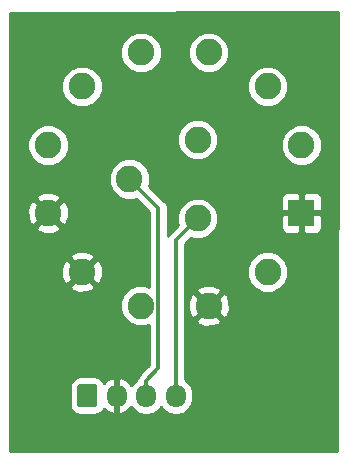
<source format=gbr>
G04 #@! TF.GenerationSoftware,KiCad,Pcbnew,5.0.2-bee76a0~70~ubuntu18.10.1*
G04 #@! TF.CreationDate,2019-03-17T01:32:55+01:00*
G04 #@! TF.ProjectId,Relocator Rotary,52656c6f-6361-4746-9f72-20526f746172,rev?*
G04 #@! TF.SameCoordinates,Original*
G04 #@! TF.FileFunction,Copper,L2,Bot*
G04 #@! TF.FilePolarity,Positive*
%FSLAX46Y46*%
G04 Gerber Fmt 4.6, Leading zero omitted, Abs format (unit mm)*
G04 Created by KiCad (PCBNEW 5.0.2-bee76a0~70~ubuntu18.10.1) date dom 17 mar 2019 01:32:55 CET*
%MOMM*%
%LPD*%
G01*
G04 APERTURE LIST*
G04 #@! TA.AperFunction,ComponentPad*
%ADD10R,2.250000X2.250000*%
G04 #@! TD*
G04 #@! TA.AperFunction,ComponentPad*
%ADD11C,2.250000*%
G04 #@! TD*
G04 #@! TA.AperFunction,Conductor*
%ADD12C,0.100000*%
G04 #@! TD*
G04 #@! TA.AperFunction,ComponentPad*
%ADD13C,1.700000*%
G04 #@! TD*
G04 #@! TA.AperFunction,ComponentPad*
%ADD14O,1.700000X1.950000*%
G04 #@! TD*
G04 #@! TA.AperFunction,Conductor*
%ADD15C,0.300000*%
G04 #@! TD*
G04 #@! TA.AperFunction,Conductor*
%ADD16C,0.254000*%
G04 #@! TD*
G04 APERTURE END LIST*
D10*
G04 #@! TO.P,SW1,1*
G04 #@! TO.N,GND*
X40387200Y-31978400D03*
D11*
G04 #@! TO.P,SW1,2*
G04 #@! TO.N,OP1*
X37517200Y-36958400D03*
G04 #@! TO.P,SW1,3*
G04 #@! TO.N,GND*
X32537200Y-39828400D03*
G04 #@! TO.P,SW1,4*
G04 #@! TO.N,OP1*
X26797200Y-39828400D03*
G04 #@! TO.P,SW1,5*
G04 #@! TO.N,GND*
X21817200Y-36958400D03*
G04 #@! TO.P,SW1,6*
X18947200Y-31978400D03*
G04 #@! TO.P,SW1,7*
G04 #@! TO.N,OP2*
X18947200Y-26238400D03*
G04 #@! TO.P,SW1,8*
X21817200Y-21258400D03*
G04 #@! TO.P,SW1,9*
G04 #@! TO.N,Net-(SW1-Pad9)*
X26797200Y-18388400D03*
G04 #@! TO.P,SW1,10*
G04 #@! TO.N,Net-(SW1-Pad10)*
X32537200Y-18388400D03*
G04 #@! TO.P,SW1,11*
G04 #@! TO.N,Net-(SW1-Pad11)*
X37517200Y-21258400D03*
G04 #@! TO.P,SW1,12*
G04 #@! TO.N,Net-(SW1-Pad12)*
X40387200Y-26238400D03*
G04 #@! TO.P,SW1,A*
G04 #@! TO.N,A18*
X31592200Y-32442400D03*
G04 #@! TO.P,SW1,B*
G04 #@! TO.N,A19*
X25817200Y-29108400D03*
G04 #@! TO.P,SW1,C*
G04 #@! TO.N,Net-(SW1-PadC)*
X31592200Y-25774400D03*
G04 #@! TD*
D12*
G04 #@! TO.N,VCC*
G04 #@! TO.C,J1*
G36*
X22874904Y-46473404D02*
X22899173Y-46477004D01*
X22922971Y-46482965D01*
X22946071Y-46491230D01*
X22968249Y-46501720D01*
X22989293Y-46514333D01*
X23008998Y-46528947D01*
X23027177Y-46545423D01*
X23043653Y-46563602D01*
X23058267Y-46583307D01*
X23070880Y-46604351D01*
X23081370Y-46626529D01*
X23089635Y-46649629D01*
X23095596Y-46673427D01*
X23099196Y-46697696D01*
X23100400Y-46722200D01*
X23100400Y-48172200D01*
X23099196Y-48196704D01*
X23095596Y-48220973D01*
X23089635Y-48244771D01*
X23081370Y-48267871D01*
X23070880Y-48290049D01*
X23058267Y-48311093D01*
X23043653Y-48330798D01*
X23027177Y-48348977D01*
X23008998Y-48365453D01*
X22989293Y-48380067D01*
X22968249Y-48392680D01*
X22946071Y-48403170D01*
X22922971Y-48411435D01*
X22899173Y-48417396D01*
X22874904Y-48420996D01*
X22850400Y-48422200D01*
X21650400Y-48422200D01*
X21625896Y-48420996D01*
X21601627Y-48417396D01*
X21577829Y-48411435D01*
X21554729Y-48403170D01*
X21532551Y-48392680D01*
X21511507Y-48380067D01*
X21491802Y-48365453D01*
X21473623Y-48348977D01*
X21457147Y-48330798D01*
X21442533Y-48311093D01*
X21429920Y-48290049D01*
X21419430Y-48267871D01*
X21411165Y-48244771D01*
X21405204Y-48220973D01*
X21401604Y-48196704D01*
X21400400Y-48172200D01*
X21400400Y-46722200D01*
X21401604Y-46697696D01*
X21405204Y-46673427D01*
X21411165Y-46649629D01*
X21419430Y-46626529D01*
X21429920Y-46604351D01*
X21442533Y-46583307D01*
X21457147Y-46563602D01*
X21473623Y-46545423D01*
X21491802Y-46528947D01*
X21511507Y-46514333D01*
X21532551Y-46501720D01*
X21554729Y-46491230D01*
X21577829Y-46482965D01*
X21601627Y-46477004D01*
X21625896Y-46473404D01*
X21650400Y-46472200D01*
X22850400Y-46472200D01*
X22874904Y-46473404D01*
X22874904Y-46473404D01*
G37*
D13*
G04 #@! TD*
G04 #@! TO.P,J1,1*
G04 #@! TO.N,VCC*
X22250400Y-47447200D03*
D14*
G04 #@! TO.P,J1,2*
G04 #@! TO.N,GND*
X24750400Y-47447200D03*
G04 #@! TO.P,J1,3*
G04 #@! TO.N,A19*
X27250400Y-47447200D03*
G04 #@! TO.P,J1,4*
G04 #@! TO.N,A18*
X29750400Y-47447200D03*
G04 #@! TD*
D15*
G04 #@! TO.N,A18*
X29750400Y-34284200D02*
X31592200Y-32442400D01*
X29750400Y-47447200D02*
X29750400Y-34284200D01*
G04 #@! TO.N,A19*
X27250400Y-46172200D02*
X27250400Y-47447200D01*
X28272201Y-45150399D02*
X27250400Y-46172200D01*
X28272201Y-31563401D02*
X28272201Y-45150399D01*
X25817200Y-29108400D02*
X28272201Y-31563401D01*
G04 #@! TD*
D16*
G04 #@! TO.N,GND*
G36*
X43436134Y-52172800D02*
X15696000Y-52172800D01*
X15696000Y-46722200D01*
X20752960Y-46722200D01*
X20752960Y-48172200D01*
X20821274Y-48515635D01*
X21015814Y-48806786D01*
X21306965Y-49001326D01*
X21650400Y-49069640D01*
X22850400Y-49069640D01*
X23193835Y-49001326D01*
X23484986Y-48806786D01*
X23662585Y-48540989D01*
X23879207Y-48774697D01*
X24393510Y-49013676D01*
X24623400Y-48892355D01*
X24623400Y-47574200D01*
X24603400Y-47574200D01*
X24603400Y-47320200D01*
X24623400Y-47320200D01*
X24623400Y-46002045D01*
X24393510Y-45880724D01*
X23879207Y-46119703D01*
X23662585Y-46353411D01*
X23484986Y-46087614D01*
X23193835Y-45893074D01*
X22850400Y-45824760D01*
X21650400Y-45824760D01*
X21306965Y-45893074D01*
X21015814Y-46087614D01*
X20821274Y-46378765D01*
X20752960Y-46722200D01*
X15696000Y-46722200D01*
X15696000Y-38201347D01*
X20753858Y-38201347D01*
X20867821Y-38481173D01*
X21522829Y-38728570D01*
X22222651Y-38706475D01*
X22766579Y-38481173D01*
X22880542Y-38201347D01*
X21817200Y-37138005D01*
X20753858Y-38201347D01*
X15696000Y-38201347D01*
X15696000Y-36664029D01*
X20047030Y-36664029D01*
X20069125Y-37363851D01*
X20294427Y-37907779D01*
X20574253Y-38021742D01*
X21637595Y-36958400D01*
X21996805Y-36958400D01*
X23060147Y-38021742D01*
X23339973Y-37907779D01*
X23587370Y-37252771D01*
X23565275Y-36552949D01*
X23339973Y-36009021D01*
X23060147Y-35895058D01*
X21996805Y-36958400D01*
X21637595Y-36958400D01*
X20574253Y-35895058D01*
X20294427Y-36009021D01*
X20047030Y-36664029D01*
X15696000Y-36664029D01*
X15696000Y-35715453D01*
X20753858Y-35715453D01*
X21817200Y-36778795D01*
X22880542Y-35715453D01*
X22766579Y-35435627D01*
X22111571Y-35188230D01*
X21411749Y-35210325D01*
X20867821Y-35435627D01*
X20753858Y-35715453D01*
X15696000Y-35715453D01*
X15696000Y-33221347D01*
X17883858Y-33221347D01*
X17997821Y-33501173D01*
X18652829Y-33748570D01*
X19352651Y-33726475D01*
X19896579Y-33501173D01*
X20010542Y-33221347D01*
X18947200Y-32158005D01*
X17883858Y-33221347D01*
X15696000Y-33221347D01*
X15696000Y-31684029D01*
X17177030Y-31684029D01*
X17199125Y-32383851D01*
X17424427Y-32927779D01*
X17704253Y-33041742D01*
X18767595Y-31978400D01*
X19126805Y-31978400D01*
X20190147Y-33041742D01*
X20469973Y-32927779D01*
X20717370Y-32272771D01*
X20695275Y-31572949D01*
X20469973Y-31029021D01*
X20190147Y-30915058D01*
X19126805Y-31978400D01*
X18767595Y-31978400D01*
X17704253Y-30915058D01*
X17424427Y-31029021D01*
X17177030Y-31684029D01*
X15696000Y-31684029D01*
X15696000Y-30735453D01*
X17883858Y-30735453D01*
X18947200Y-31798795D01*
X20010542Y-30735453D01*
X19896579Y-30455627D01*
X19241571Y-30208230D01*
X18541749Y-30230325D01*
X17997821Y-30455627D01*
X17883858Y-30735453D01*
X15696000Y-30735453D01*
X15696000Y-28758314D01*
X24057200Y-28758314D01*
X24057200Y-29458486D01*
X24325144Y-30105360D01*
X24820240Y-30600456D01*
X25467114Y-30868400D01*
X26167286Y-30868400D01*
X26379246Y-30780603D01*
X27487201Y-31888558D01*
X27487201Y-38209198D01*
X27147286Y-38068400D01*
X26447114Y-38068400D01*
X25800240Y-38336344D01*
X25305144Y-38831440D01*
X25037200Y-39478314D01*
X25037200Y-40178486D01*
X25305144Y-40825360D01*
X25800240Y-41320456D01*
X26447114Y-41588400D01*
X27147286Y-41588400D01*
X27487202Y-41447602D01*
X27487202Y-44825240D01*
X26749992Y-45562451D01*
X26684447Y-45606247D01*
X26510946Y-45865909D01*
X26473236Y-46055491D01*
X26179775Y-46251575D01*
X25997154Y-46524887D01*
X25621593Y-46119703D01*
X25107290Y-45880724D01*
X24877400Y-46002045D01*
X24877400Y-47320200D01*
X24897400Y-47320200D01*
X24897400Y-47574200D01*
X24877400Y-47574200D01*
X24877400Y-48892355D01*
X25107290Y-49013676D01*
X25621593Y-48774697D01*
X25997154Y-48369513D01*
X26179775Y-48642825D01*
X26670983Y-48971039D01*
X27250400Y-49086292D01*
X27829818Y-48971039D01*
X28321025Y-48642825D01*
X28500400Y-48374371D01*
X28679775Y-48642825D01*
X29170983Y-48971039D01*
X29750400Y-49086292D01*
X30329818Y-48971039D01*
X30821025Y-48642825D01*
X31149239Y-48151617D01*
X31235400Y-47718455D01*
X31235400Y-47175944D01*
X31149239Y-46742782D01*
X30821025Y-46251575D01*
X30535400Y-46060727D01*
X30535400Y-41071347D01*
X31473858Y-41071347D01*
X31587821Y-41351173D01*
X32242829Y-41598570D01*
X32942651Y-41576475D01*
X33486579Y-41351173D01*
X33600542Y-41071347D01*
X32537200Y-40008005D01*
X31473858Y-41071347D01*
X30535400Y-41071347D01*
X30535400Y-39534029D01*
X30767030Y-39534029D01*
X30789125Y-40233851D01*
X31014427Y-40777779D01*
X31294253Y-40891742D01*
X32357595Y-39828400D01*
X32716805Y-39828400D01*
X33780147Y-40891742D01*
X34059973Y-40777779D01*
X34307370Y-40122771D01*
X34285275Y-39422949D01*
X34059973Y-38879021D01*
X33780147Y-38765058D01*
X32716805Y-39828400D01*
X32357595Y-39828400D01*
X31294253Y-38765058D01*
X31014427Y-38879021D01*
X30767030Y-39534029D01*
X30535400Y-39534029D01*
X30535400Y-38585453D01*
X31473858Y-38585453D01*
X32537200Y-39648795D01*
X33600542Y-38585453D01*
X33486579Y-38305627D01*
X32831571Y-38058230D01*
X32131749Y-38080325D01*
X31587821Y-38305627D01*
X31473858Y-38585453D01*
X30535400Y-38585453D01*
X30535400Y-36608314D01*
X35757200Y-36608314D01*
X35757200Y-37308486D01*
X36025144Y-37955360D01*
X36520240Y-38450456D01*
X37167114Y-38718400D01*
X37867286Y-38718400D01*
X38514160Y-38450456D01*
X39009256Y-37955360D01*
X39277200Y-37308486D01*
X39277200Y-36608314D01*
X39009256Y-35961440D01*
X38514160Y-35466344D01*
X37867286Y-35198400D01*
X37167114Y-35198400D01*
X36520240Y-35466344D01*
X36025144Y-35961440D01*
X35757200Y-36608314D01*
X30535400Y-36608314D01*
X30535400Y-34609357D01*
X31030154Y-34114603D01*
X31242114Y-34202400D01*
X31942286Y-34202400D01*
X32589160Y-33934456D01*
X33084256Y-33439360D01*
X33352200Y-32792486D01*
X33352200Y-32264150D01*
X38627200Y-32264150D01*
X38627200Y-33229710D01*
X38723873Y-33463099D01*
X38902502Y-33641727D01*
X39135891Y-33738400D01*
X40101450Y-33738400D01*
X40260200Y-33579650D01*
X40260200Y-32105400D01*
X40514200Y-32105400D01*
X40514200Y-33579650D01*
X40672950Y-33738400D01*
X41638509Y-33738400D01*
X41871898Y-33641727D01*
X42050527Y-33463099D01*
X42147200Y-33229710D01*
X42147200Y-32264150D01*
X41988450Y-32105400D01*
X40514200Y-32105400D01*
X40260200Y-32105400D01*
X38785950Y-32105400D01*
X38627200Y-32264150D01*
X33352200Y-32264150D01*
X33352200Y-32092314D01*
X33084256Y-31445440D01*
X32589160Y-30950344D01*
X32050178Y-30727090D01*
X38627200Y-30727090D01*
X38627200Y-31692650D01*
X38785950Y-31851400D01*
X40260200Y-31851400D01*
X40260200Y-30377150D01*
X40514200Y-30377150D01*
X40514200Y-31851400D01*
X41988450Y-31851400D01*
X42147200Y-31692650D01*
X42147200Y-30727090D01*
X42050527Y-30493701D01*
X41871898Y-30315073D01*
X41638509Y-30218400D01*
X40672950Y-30218400D01*
X40514200Y-30377150D01*
X40260200Y-30377150D01*
X40101450Y-30218400D01*
X39135891Y-30218400D01*
X38902502Y-30315073D01*
X38723873Y-30493701D01*
X38627200Y-30727090D01*
X32050178Y-30727090D01*
X31942286Y-30682400D01*
X31242114Y-30682400D01*
X30595240Y-30950344D01*
X30100144Y-31445440D01*
X29832200Y-32092314D01*
X29832200Y-32792486D01*
X29919997Y-33004446D01*
X29249990Y-33674453D01*
X29184448Y-33718247D01*
X29140654Y-33783789D01*
X29140651Y-33783792D01*
X29057201Y-33908684D01*
X29057201Y-31640713D01*
X29072579Y-31563401D01*
X29057201Y-31486089D01*
X29057201Y-31486085D01*
X29011655Y-31257109D01*
X28838154Y-30997448D01*
X28772609Y-30953652D01*
X27489403Y-29670446D01*
X27577200Y-29458486D01*
X27577200Y-28758314D01*
X27309256Y-28111440D01*
X26814160Y-27616344D01*
X26167286Y-27348400D01*
X25467114Y-27348400D01*
X24820240Y-27616344D01*
X24325144Y-28111440D01*
X24057200Y-28758314D01*
X15696000Y-28758314D01*
X15696000Y-25888314D01*
X17187200Y-25888314D01*
X17187200Y-26588486D01*
X17455144Y-27235360D01*
X17950240Y-27730456D01*
X18597114Y-27998400D01*
X19297286Y-27998400D01*
X19944160Y-27730456D01*
X20439256Y-27235360D01*
X20707200Y-26588486D01*
X20707200Y-25888314D01*
X20515005Y-25424314D01*
X29832200Y-25424314D01*
X29832200Y-26124486D01*
X30100144Y-26771360D01*
X30595240Y-27266456D01*
X31242114Y-27534400D01*
X31942286Y-27534400D01*
X32589160Y-27266456D01*
X33084256Y-26771360D01*
X33352200Y-26124486D01*
X33352200Y-25888314D01*
X38627200Y-25888314D01*
X38627200Y-26588486D01*
X38895144Y-27235360D01*
X39390240Y-27730456D01*
X40037114Y-27998400D01*
X40737286Y-27998400D01*
X41384160Y-27730456D01*
X41879256Y-27235360D01*
X42147200Y-26588486D01*
X42147200Y-25888314D01*
X41879256Y-25241440D01*
X41384160Y-24746344D01*
X40737286Y-24478400D01*
X40037114Y-24478400D01*
X39390240Y-24746344D01*
X38895144Y-25241440D01*
X38627200Y-25888314D01*
X33352200Y-25888314D01*
X33352200Y-25424314D01*
X33084256Y-24777440D01*
X32589160Y-24282344D01*
X31942286Y-24014400D01*
X31242114Y-24014400D01*
X30595240Y-24282344D01*
X30100144Y-24777440D01*
X29832200Y-25424314D01*
X20515005Y-25424314D01*
X20439256Y-25241440D01*
X19944160Y-24746344D01*
X19297286Y-24478400D01*
X18597114Y-24478400D01*
X17950240Y-24746344D01*
X17455144Y-25241440D01*
X17187200Y-25888314D01*
X15696000Y-25888314D01*
X15696000Y-20908314D01*
X20057200Y-20908314D01*
X20057200Y-21608486D01*
X20325144Y-22255360D01*
X20820240Y-22750456D01*
X21467114Y-23018400D01*
X22167286Y-23018400D01*
X22814160Y-22750456D01*
X23309256Y-22255360D01*
X23577200Y-21608486D01*
X23577200Y-20908314D01*
X35757200Y-20908314D01*
X35757200Y-21608486D01*
X36025144Y-22255360D01*
X36520240Y-22750456D01*
X37167114Y-23018400D01*
X37867286Y-23018400D01*
X38514160Y-22750456D01*
X39009256Y-22255360D01*
X39277200Y-21608486D01*
X39277200Y-20908314D01*
X39009256Y-20261440D01*
X38514160Y-19766344D01*
X37867286Y-19498400D01*
X37167114Y-19498400D01*
X36520240Y-19766344D01*
X36025144Y-20261440D01*
X35757200Y-20908314D01*
X23577200Y-20908314D01*
X23309256Y-20261440D01*
X22814160Y-19766344D01*
X22167286Y-19498400D01*
X21467114Y-19498400D01*
X20820240Y-19766344D01*
X20325144Y-20261440D01*
X20057200Y-20908314D01*
X15696000Y-20908314D01*
X15696000Y-18038314D01*
X25037200Y-18038314D01*
X25037200Y-18738486D01*
X25305144Y-19385360D01*
X25800240Y-19880456D01*
X26447114Y-20148400D01*
X27147286Y-20148400D01*
X27794160Y-19880456D01*
X28289256Y-19385360D01*
X28557200Y-18738486D01*
X28557200Y-18038314D01*
X30777200Y-18038314D01*
X30777200Y-18738486D01*
X31045144Y-19385360D01*
X31540240Y-19880456D01*
X32187114Y-20148400D01*
X32887286Y-20148400D01*
X33534160Y-19880456D01*
X34029256Y-19385360D01*
X34297200Y-18738486D01*
X34297200Y-18038314D01*
X34029256Y-17391440D01*
X33534160Y-16896344D01*
X32887286Y-16628400D01*
X32187114Y-16628400D01*
X31540240Y-16896344D01*
X31045144Y-17391440D01*
X30777200Y-18038314D01*
X28557200Y-18038314D01*
X28289256Y-17391440D01*
X27794160Y-16896344D01*
X27147286Y-16628400D01*
X26447114Y-16628400D01*
X25800240Y-16896344D01*
X25305144Y-17391440D01*
X25037200Y-18038314D01*
X15696000Y-18038314D01*
X15696000Y-15034366D01*
X43485064Y-14986037D01*
X43436134Y-52172800D01*
X43436134Y-52172800D01*
G37*
X43436134Y-52172800D02*
X15696000Y-52172800D01*
X15696000Y-46722200D01*
X20752960Y-46722200D01*
X20752960Y-48172200D01*
X20821274Y-48515635D01*
X21015814Y-48806786D01*
X21306965Y-49001326D01*
X21650400Y-49069640D01*
X22850400Y-49069640D01*
X23193835Y-49001326D01*
X23484986Y-48806786D01*
X23662585Y-48540989D01*
X23879207Y-48774697D01*
X24393510Y-49013676D01*
X24623400Y-48892355D01*
X24623400Y-47574200D01*
X24603400Y-47574200D01*
X24603400Y-47320200D01*
X24623400Y-47320200D01*
X24623400Y-46002045D01*
X24393510Y-45880724D01*
X23879207Y-46119703D01*
X23662585Y-46353411D01*
X23484986Y-46087614D01*
X23193835Y-45893074D01*
X22850400Y-45824760D01*
X21650400Y-45824760D01*
X21306965Y-45893074D01*
X21015814Y-46087614D01*
X20821274Y-46378765D01*
X20752960Y-46722200D01*
X15696000Y-46722200D01*
X15696000Y-38201347D01*
X20753858Y-38201347D01*
X20867821Y-38481173D01*
X21522829Y-38728570D01*
X22222651Y-38706475D01*
X22766579Y-38481173D01*
X22880542Y-38201347D01*
X21817200Y-37138005D01*
X20753858Y-38201347D01*
X15696000Y-38201347D01*
X15696000Y-36664029D01*
X20047030Y-36664029D01*
X20069125Y-37363851D01*
X20294427Y-37907779D01*
X20574253Y-38021742D01*
X21637595Y-36958400D01*
X21996805Y-36958400D01*
X23060147Y-38021742D01*
X23339973Y-37907779D01*
X23587370Y-37252771D01*
X23565275Y-36552949D01*
X23339973Y-36009021D01*
X23060147Y-35895058D01*
X21996805Y-36958400D01*
X21637595Y-36958400D01*
X20574253Y-35895058D01*
X20294427Y-36009021D01*
X20047030Y-36664029D01*
X15696000Y-36664029D01*
X15696000Y-35715453D01*
X20753858Y-35715453D01*
X21817200Y-36778795D01*
X22880542Y-35715453D01*
X22766579Y-35435627D01*
X22111571Y-35188230D01*
X21411749Y-35210325D01*
X20867821Y-35435627D01*
X20753858Y-35715453D01*
X15696000Y-35715453D01*
X15696000Y-33221347D01*
X17883858Y-33221347D01*
X17997821Y-33501173D01*
X18652829Y-33748570D01*
X19352651Y-33726475D01*
X19896579Y-33501173D01*
X20010542Y-33221347D01*
X18947200Y-32158005D01*
X17883858Y-33221347D01*
X15696000Y-33221347D01*
X15696000Y-31684029D01*
X17177030Y-31684029D01*
X17199125Y-32383851D01*
X17424427Y-32927779D01*
X17704253Y-33041742D01*
X18767595Y-31978400D01*
X19126805Y-31978400D01*
X20190147Y-33041742D01*
X20469973Y-32927779D01*
X20717370Y-32272771D01*
X20695275Y-31572949D01*
X20469973Y-31029021D01*
X20190147Y-30915058D01*
X19126805Y-31978400D01*
X18767595Y-31978400D01*
X17704253Y-30915058D01*
X17424427Y-31029021D01*
X17177030Y-31684029D01*
X15696000Y-31684029D01*
X15696000Y-30735453D01*
X17883858Y-30735453D01*
X18947200Y-31798795D01*
X20010542Y-30735453D01*
X19896579Y-30455627D01*
X19241571Y-30208230D01*
X18541749Y-30230325D01*
X17997821Y-30455627D01*
X17883858Y-30735453D01*
X15696000Y-30735453D01*
X15696000Y-28758314D01*
X24057200Y-28758314D01*
X24057200Y-29458486D01*
X24325144Y-30105360D01*
X24820240Y-30600456D01*
X25467114Y-30868400D01*
X26167286Y-30868400D01*
X26379246Y-30780603D01*
X27487201Y-31888558D01*
X27487201Y-38209198D01*
X27147286Y-38068400D01*
X26447114Y-38068400D01*
X25800240Y-38336344D01*
X25305144Y-38831440D01*
X25037200Y-39478314D01*
X25037200Y-40178486D01*
X25305144Y-40825360D01*
X25800240Y-41320456D01*
X26447114Y-41588400D01*
X27147286Y-41588400D01*
X27487202Y-41447602D01*
X27487202Y-44825240D01*
X26749992Y-45562451D01*
X26684447Y-45606247D01*
X26510946Y-45865909D01*
X26473236Y-46055491D01*
X26179775Y-46251575D01*
X25997154Y-46524887D01*
X25621593Y-46119703D01*
X25107290Y-45880724D01*
X24877400Y-46002045D01*
X24877400Y-47320200D01*
X24897400Y-47320200D01*
X24897400Y-47574200D01*
X24877400Y-47574200D01*
X24877400Y-48892355D01*
X25107290Y-49013676D01*
X25621593Y-48774697D01*
X25997154Y-48369513D01*
X26179775Y-48642825D01*
X26670983Y-48971039D01*
X27250400Y-49086292D01*
X27829818Y-48971039D01*
X28321025Y-48642825D01*
X28500400Y-48374371D01*
X28679775Y-48642825D01*
X29170983Y-48971039D01*
X29750400Y-49086292D01*
X30329818Y-48971039D01*
X30821025Y-48642825D01*
X31149239Y-48151617D01*
X31235400Y-47718455D01*
X31235400Y-47175944D01*
X31149239Y-46742782D01*
X30821025Y-46251575D01*
X30535400Y-46060727D01*
X30535400Y-41071347D01*
X31473858Y-41071347D01*
X31587821Y-41351173D01*
X32242829Y-41598570D01*
X32942651Y-41576475D01*
X33486579Y-41351173D01*
X33600542Y-41071347D01*
X32537200Y-40008005D01*
X31473858Y-41071347D01*
X30535400Y-41071347D01*
X30535400Y-39534029D01*
X30767030Y-39534029D01*
X30789125Y-40233851D01*
X31014427Y-40777779D01*
X31294253Y-40891742D01*
X32357595Y-39828400D01*
X32716805Y-39828400D01*
X33780147Y-40891742D01*
X34059973Y-40777779D01*
X34307370Y-40122771D01*
X34285275Y-39422949D01*
X34059973Y-38879021D01*
X33780147Y-38765058D01*
X32716805Y-39828400D01*
X32357595Y-39828400D01*
X31294253Y-38765058D01*
X31014427Y-38879021D01*
X30767030Y-39534029D01*
X30535400Y-39534029D01*
X30535400Y-38585453D01*
X31473858Y-38585453D01*
X32537200Y-39648795D01*
X33600542Y-38585453D01*
X33486579Y-38305627D01*
X32831571Y-38058230D01*
X32131749Y-38080325D01*
X31587821Y-38305627D01*
X31473858Y-38585453D01*
X30535400Y-38585453D01*
X30535400Y-36608314D01*
X35757200Y-36608314D01*
X35757200Y-37308486D01*
X36025144Y-37955360D01*
X36520240Y-38450456D01*
X37167114Y-38718400D01*
X37867286Y-38718400D01*
X38514160Y-38450456D01*
X39009256Y-37955360D01*
X39277200Y-37308486D01*
X39277200Y-36608314D01*
X39009256Y-35961440D01*
X38514160Y-35466344D01*
X37867286Y-35198400D01*
X37167114Y-35198400D01*
X36520240Y-35466344D01*
X36025144Y-35961440D01*
X35757200Y-36608314D01*
X30535400Y-36608314D01*
X30535400Y-34609357D01*
X31030154Y-34114603D01*
X31242114Y-34202400D01*
X31942286Y-34202400D01*
X32589160Y-33934456D01*
X33084256Y-33439360D01*
X33352200Y-32792486D01*
X33352200Y-32264150D01*
X38627200Y-32264150D01*
X38627200Y-33229710D01*
X38723873Y-33463099D01*
X38902502Y-33641727D01*
X39135891Y-33738400D01*
X40101450Y-33738400D01*
X40260200Y-33579650D01*
X40260200Y-32105400D01*
X40514200Y-32105400D01*
X40514200Y-33579650D01*
X40672950Y-33738400D01*
X41638509Y-33738400D01*
X41871898Y-33641727D01*
X42050527Y-33463099D01*
X42147200Y-33229710D01*
X42147200Y-32264150D01*
X41988450Y-32105400D01*
X40514200Y-32105400D01*
X40260200Y-32105400D01*
X38785950Y-32105400D01*
X38627200Y-32264150D01*
X33352200Y-32264150D01*
X33352200Y-32092314D01*
X33084256Y-31445440D01*
X32589160Y-30950344D01*
X32050178Y-30727090D01*
X38627200Y-30727090D01*
X38627200Y-31692650D01*
X38785950Y-31851400D01*
X40260200Y-31851400D01*
X40260200Y-30377150D01*
X40514200Y-30377150D01*
X40514200Y-31851400D01*
X41988450Y-31851400D01*
X42147200Y-31692650D01*
X42147200Y-30727090D01*
X42050527Y-30493701D01*
X41871898Y-30315073D01*
X41638509Y-30218400D01*
X40672950Y-30218400D01*
X40514200Y-30377150D01*
X40260200Y-30377150D01*
X40101450Y-30218400D01*
X39135891Y-30218400D01*
X38902502Y-30315073D01*
X38723873Y-30493701D01*
X38627200Y-30727090D01*
X32050178Y-30727090D01*
X31942286Y-30682400D01*
X31242114Y-30682400D01*
X30595240Y-30950344D01*
X30100144Y-31445440D01*
X29832200Y-32092314D01*
X29832200Y-32792486D01*
X29919997Y-33004446D01*
X29249990Y-33674453D01*
X29184448Y-33718247D01*
X29140654Y-33783789D01*
X29140651Y-33783792D01*
X29057201Y-33908684D01*
X29057201Y-31640713D01*
X29072579Y-31563401D01*
X29057201Y-31486089D01*
X29057201Y-31486085D01*
X29011655Y-31257109D01*
X28838154Y-30997448D01*
X28772609Y-30953652D01*
X27489403Y-29670446D01*
X27577200Y-29458486D01*
X27577200Y-28758314D01*
X27309256Y-28111440D01*
X26814160Y-27616344D01*
X26167286Y-27348400D01*
X25467114Y-27348400D01*
X24820240Y-27616344D01*
X24325144Y-28111440D01*
X24057200Y-28758314D01*
X15696000Y-28758314D01*
X15696000Y-25888314D01*
X17187200Y-25888314D01*
X17187200Y-26588486D01*
X17455144Y-27235360D01*
X17950240Y-27730456D01*
X18597114Y-27998400D01*
X19297286Y-27998400D01*
X19944160Y-27730456D01*
X20439256Y-27235360D01*
X20707200Y-26588486D01*
X20707200Y-25888314D01*
X20515005Y-25424314D01*
X29832200Y-25424314D01*
X29832200Y-26124486D01*
X30100144Y-26771360D01*
X30595240Y-27266456D01*
X31242114Y-27534400D01*
X31942286Y-27534400D01*
X32589160Y-27266456D01*
X33084256Y-26771360D01*
X33352200Y-26124486D01*
X33352200Y-25888314D01*
X38627200Y-25888314D01*
X38627200Y-26588486D01*
X38895144Y-27235360D01*
X39390240Y-27730456D01*
X40037114Y-27998400D01*
X40737286Y-27998400D01*
X41384160Y-27730456D01*
X41879256Y-27235360D01*
X42147200Y-26588486D01*
X42147200Y-25888314D01*
X41879256Y-25241440D01*
X41384160Y-24746344D01*
X40737286Y-24478400D01*
X40037114Y-24478400D01*
X39390240Y-24746344D01*
X38895144Y-25241440D01*
X38627200Y-25888314D01*
X33352200Y-25888314D01*
X33352200Y-25424314D01*
X33084256Y-24777440D01*
X32589160Y-24282344D01*
X31942286Y-24014400D01*
X31242114Y-24014400D01*
X30595240Y-24282344D01*
X30100144Y-24777440D01*
X29832200Y-25424314D01*
X20515005Y-25424314D01*
X20439256Y-25241440D01*
X19944160Y-24746344D01*
X19297286Y-24478400D01*
X18597114Y-24478400D01*
X17950240Y-24746344D01*
X17455144Y-25241440D01*
X17187200Y-25888314D01*
X15696000Y-25888314D01*
X15696000Y-20908314D01*
X20057200Y-20908314D01*
X20057200Y-21608486D01*
X20325144Y-22255360D01*
X20820240Y-22750456D01*
X21467114Y-23018400D01*
X22167286Y-23018400D01*
X22814160Y-22750456D01*
X23309256Y-22255360D01*
X23577200Y-21608486D01*
X23577200Y-20908314D01*
X35757200Y-20908314D01*
X35757200Y-21608486D01*
X36025144Y-22255360D01*
X36520240Y-22750456D01*
X37167114Y-23018400D01*
X37867286Y-23018400D01*
X38514160Y-22750456D01*
X39009256Y-22255360D01*
X39277200Y-21608486D01*
X39277200Y-20908314D01*
X39009256Y-20261440D01*
X38514160Y-19766344D01*
X37867286Y-19498400D01*
X37167114Y-19498400D01*
X36520240Y-19766344D01*
X36025144Y-20261440D01*
X35757200Y-20908314D01*
X23577200Y-20908314D01*
X23309256Y-20261440D01*
X22814160Y-19766344D01*
X22167286Y-19498400D01*
X21467114Y-19498400D01*
X20820240Y-19766344D01*
X20325144Y-20261440D01*
X20057200Y-20908314D01*
X15696000Y-20908314D01*
X15696000Y-18038314D01*
X25037200Y-18038314D01*
X25037200Y-18738486D01*
X25305144Y-19385360D01*
X25800240Y-19880456D01*
X26447114Y-20148400D01*
X27147286Y-20148400D01*
X27794160Y-19880456D01*
X28289256Y-19385360D01*
X28557200Y-18738486D01*
X28557200Y-18038314D01*
X30777200Y-18038314D01*
X30777200Y-18738486D01*
X31045144Y-19385360D01*
X31540240Y-19880456D01*
X32187114Y-20148400D01*
X32887286Y-20148400D01*
X33534160Y-19880456D01*
X34029256Y-19385360D01*
X34297200Y-18738486D01*
X34297200Y-18038314D01*
X34029256Y-17391440D01*
X33534160Y-16896344D01*
X32887286Y-16628400D01*
X32187114Y-16628400D01*
X31540240Y-16896344D01*
X31045144Y-17391440D01*
X30777200Y-18038314D01*
X28557200Y-18038314D01*
X28289256Y-17391440D01*
X27794160Y-16896344D01*
X27147286Y-16628400D01*
X26447114Y-16628400D01*
X25800240Y-16896344D01*
X25305144Y-17391440D01*
X25037200Y-18038314D01*
X15696000Y-18038314D01*
X15696000Y-15034366D01*
X43485064Y-14986037D01*
X43436134Y-52172800D01*
G04 #@! TD*
M02*

</source>
